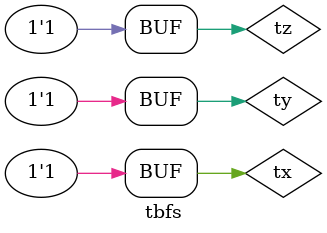
<source format=v>
module fs (d,b,x,y,z);
output d,b;
input x,y,z;

assign d= x^y^z;
assign b= (~x&&y) ||(~x&&z) || (y&&z);
endmodule


module tbfs;

    
    reg tx;
    reg ty;
    reg tz;

    
    wire td;
    wire tb;
fs f0(td,tb,tx,ty,tz);

    initial begin
        tx = 0;  ty = 0;  tz = 0;  #10;
        $strobe($time,"td=%0b ,tb=%0b, tx=%0b, ty=%0b, tz=%0b",td,tb,tx,ty,tz);
        tx = 0;  ty = 0;  tz= 1;  #10;
        $strobe($time,"td=%0b ,tb=%0b, tx=%0b, ty=%0b, tz=%0b",td,tb,tx,ty,tz);        
        tx = 0;  ty = 1;  tz = 0;  #10;
        $strobe($time,"td=%0b ,tb=%0b, tx=%0b, ty=%0b, tz=%0b",td,tb,tx,ty,tz);
        tx = 0;  ty = 1;  tz = 1;  #10;             
        $strobe($time,"td=%0b ,tb=%0b, tx=%0b, ty=%0b, tz=%0b",td,tb,tx,ty,tz);
        tx = 1;  ty = 0;  tz = 0;  #10;
        $strobe($time,"td=%0b ,tb=%0b, tx=%0b, ty=%0b, tz=%0b",td,tb,tx,ty,tz);
        tx = 1;  ty = 0;  tz = 1;  #10; 
        $strobe($time,"td=%0b ,tb=%0b, tx=%0b, ty=%0b, tz=%0b",td,tb,tx,ty,tz);
        tx = 1;  ty = 1;  tz = 0;  #10;   
        $strobe($time,"td=%0b ,tb=%0b, tx=%0b, ty=%0b, tz=%0b",td,tb,tx,ty,tz);
        tx = 1;  ty = 1;  tz = 1;  #10; 
        $strobe($time,"td=%0b ,tb=%0b, tx=%0b, ty=%0b, tz=%0b",td,tb,tx,ty,tz);
    end

endmodule

</source>
